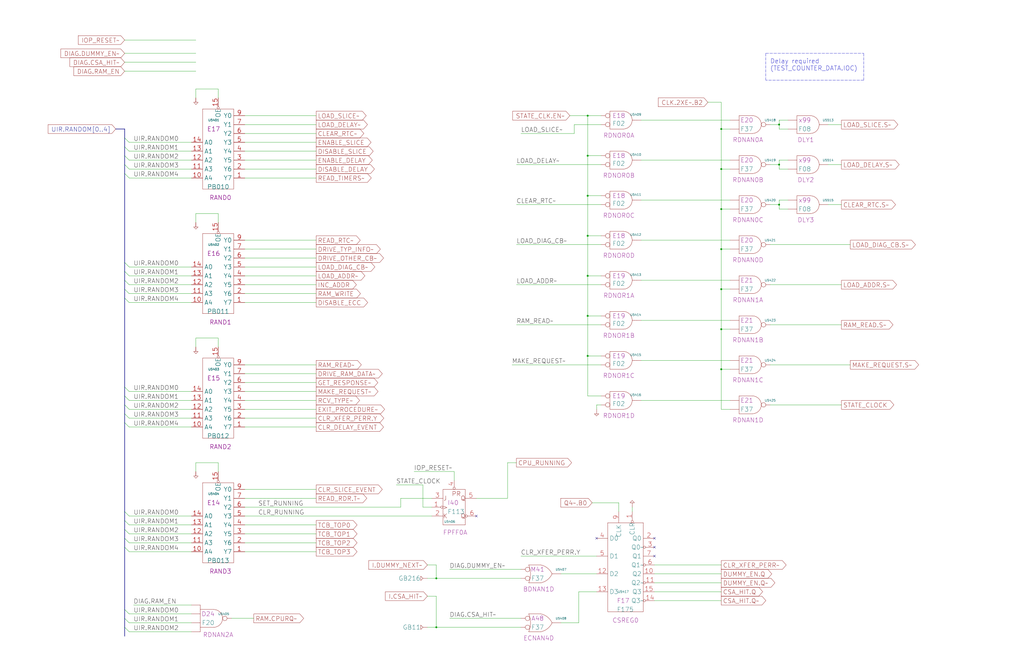
<source format=kicad_sch>
(kicad_sch (version 20250114) (generator "eeschema") (generator_version "9.0")
  (paper "User" 584.2 378.46)
  (title_block (title "CONTROL STORE\\nRANDOM DECODING") (date "22-SEP-90") (rev "2.0") (comment 1 "IOC") (comment 2 "232-003061") (comment 3 "S400") (comment 4 "RELEASED"))
  (lib_symbols
    (symbol "r1000:F02" (pin_numbers (hide yes)) (pin_names (hide yes))
      (property "Reference" "U" (at 12.16 0.635 0))
      (property "Value" "F02" (at -1.27 -4.445 0))
      (property "Location" "___" (at 2.54 0 0))
      (property "Name" "______" (at 2.54 -12.7 0))
      (symbol "F02_0_1"
        (arc (start -3.81 2.54) (mid -2.9847 -2.54) (end -3.81 -7.62) (stroke (width 0.1524)))
        (polyline (pts (xy -5.08 0) (xy -3.175 0)) (stroke (width 0.1524)))
        (polyline (pts (xy -5.08 -5.08) (xy -3.175 -5.08)) (stroke (width 0.1524)))
        (polyline (pts (xy -3.81 2.54) (xy 2.54 2.54)) (stroke (width 0.1524)))
        (polyline (pts (xy -3.81 -7.62) (xy 2.54 -7.62)) (stroke (width 0.1524)))
        (arc (start 2.54 2.54) (mid 6.9477 0.8966) (end 10.16 -2.54) (stroke (width 0.1524)))
        (arc (start 10.16 -2.54) (mid 6.9515 -5.9823) (end 2.54 -7.62) (stroke (width 0.1524)))
        (circle (center 11.43 -2.54) (radius 1.27) (stroke (width 0.1524)))
        (polyline (pts (xy 13.97 -2.54) (xy 12.7 -2.54)) (stroke (width 0.1524)))
      )
      (symbol "F02_0_2"
        (circle (center -3.81 0) (radius 1.27) (stroke (width 0.1524)))
        (circle (center -3.81 -5.08) (radius 1.27) (stroke (width 0.1524)))
        (polyline (pts (xy -2.54 2.54) (xy -2.54 -7.62)) (stroke (width 0.1524)))
        (polyline (pts (xy -2.54 2.54) (xy 5.08 2.54)) (stroke (width 0.1524)))
        (polyline (pts (xy -2.54 -7.62) (xy 5.08 -7.62)) (stroke (width 0.1524)))
        (arc (start 5.08 2.54) (mid 10.1281 -2.54) (end 5.08 -7.62) (stroke (width 0.1524)))
        (polyline (pts (xy 11.43 -2.54) (xy 10.16 -2.54)) (stroke (width 0.1524)))
        (polyline (pts (xy 11.43 -2.54) (xy 12.7 -2.54)) (stroke (width 0.1524)))
      )
      (symbol "F02_1_1"
        (pin input line (at -7.62 0 0) (length 2.54) (name "D0") (number "1"))
        (pin input line (at -7.62 -5.08 0) (length 2.54) (name "D1") (number "2"))
        (pin output line (at 15.24 -2.54 180) (length 1.27) (name "Q") (number "3"))
      )
      (symbol "F02_1_2"
        (pin input line (at -7.62 0 0) (length 2.54) (name "D0") (number "1"))
        (pin input line (at -7.62 -5.08 0) (length 2.54) (name "D1") (number "2"))
        (pin output line (at 15.24 -2.54 180) (length 2.54) (name "Q") (number "3"))
      )
    )
    (symbol "r1000:F08" (pin_numbers (hide yes)) (pin_names (hide yes))
      (property "Reference" "U" (at 15.24 0 0))
      (property "Value" "F08" (at 1.905 -5.08 0))
      (property "Location" "___" (at 1.905 0 0))
      (property "Name" "______" (at 2.54 -12.7 0))
      (symbol "F08_0_1"
        (polyline (pts (xy -2.54 2.54) (xy -2.54 -7.62)) (stroke (width 0.1524)))
        (polyline (pts (xy -2.54 2.54) (xy 5.08 2.54)) (stroke (width 0.1524)))
        (polyline (pts (xy -2.54 -7.62) (xy 5.08 -7.62)) (stroke (width 0.1524)))
        (arc (start 5.08 2.54) (mid 10.1281 -2.54) (end 5.08 -7.62) (stroke (width 0.1524)))
      )
      (symbol "F08_0_2"
        (arc (start -3.175 2.54) (mid -2.134 -2.54) (end -3.175 -7.62) (stroke (width 0.1524)))
        (circle (center -3.81 0) (radius 1.27) (stroke (width 0.1524)))
        (circle (center -3.81 -5.08) (radius 1.27) (stroke (width 0.1524)))
        (polyline (pts (xy -3.175 2.54) (xy 3.81 2.54)) (stroke (width 0.1524)))
        (polyline (pts (xy -3.175 -7.62) (xy 3.81 -7.62)) (stroke (width 0.1524)))
        (arc (start 3.81 2.54) (mid 7.5828 0.7472) (end 10.16 -2.54) (stroke (width 0.1524)))
        (arc (start 10.16 -2.54) (mid 7.5855 -5.8306) (end 3.81 -7.62) (stroke (width 0.1524)))
        (circle (center 11.43 -2.54) (radius 1.27) (stroke (width 0.1524)))
      )
      (symbol "F08_1_1"
        (pin input line (at -7.62 0 0) (length 5.08) (name "D0") (number "1"))
        (pin input line (at -7.62 -5.08 0) (length 5.08) (name "D1") (number "2"))
        (pin output line (at 15.24 -2.54 180) (length 5.08) (name "Q") (number "3"))
      )
      (symbol "F08_1_2"
        (pin input line (at -7.62 0 0) (length 2.54) (name "D0") (number "1"))
        (pin input line (at -7.62 -5.08 0) (length 2.54) (name "D1") (number "2"))
        (pin output line (at 15.24 -2.54 180) (length 2.54) (name "Q") (number "3"))
      )
    )
    (symbol "r1000:F113" (pin_names (offset 1.016) (hide yes))
      (property "Reference" "U" (at 0 -10.795 0))
      (property "Value" "F113" (at -1.27 -5.08 0))
      (property "Location" "___" (at -1.27 0 0))
      (property "Name" "______" (at 3.175 -18.415 0))
      (symbol "F113_0_1"
        (rectangle (start -3.81 7.62) (end 8.89 -12.7) (stroke (width 0.1524)))
      )
      (symbol "F113_1_1"
        (circle (center -4.445 -2.54) (radius 0.635))
        (circle (center 2.54 8.255) (radius 0.635))
        (circle (center 9.525 -7.62) (radius 0.635))
        (text "J" (at -2.54 2.54 0) (effects (font (size 2.54 2.54))))
        (text ">" (at -2.54 -2.54 0) (effects (font (size 2.54 2.54))))
        (text "K" (at -2.54 -7.62 0) (effects (font (size 2.54 2.54))))
        (text "P" (at 2.54 5.08 0) (effects (font (size 2.54 2.54))))
        (text "R" (at 5.08 5.08 0) (effects (font (size 2.54 2.54))))
        (text "Q" (at 7.62 2.54 0) (effects (font (size 2.54 2.54))))
        (text "Q" (at 7.62 -7.62 0) (effects (font (size 2.54 2.54))))
        (pin input line (at -10.16 2.54 0) (length 6.35) (name "J") (number "3"))
        (pin input line (at -10.16 -2.54 0) (length 5.08) (name "CLK_") (number "1"))
        (pin input line (at -10.16 -7.62 0) (length 6.35) (name "K") (number "2"))
        (pin input line (at 2.54 12.7 270) (length 3.81) (name "PR_") (number "4"))
        (pin output line (at 15.24 2.54 180) (length 6.35) (name "Q") (number "5"))
        (pin output line (at 15.24 -7.62 180) (length 5.08) (name "Q_") (number "6"))
      )
    )
    (symbol "r1000:F175" (pin_names (offset 1.016))
      (property "Reference" "U" (at 2.54 5.08 0))
      (property "Value" "F175" (at -1.27 -5.08 0))
      (property "Location" "___" (at -1.27 0 0))
      (property "Name" "______" (at 3.81 -12.7 0))
      (symbol "F175_1_1"
        (rectangle (start -6.35 44.45) (end 13.97 -6.35))
        (circle (center 7.62 45.085) (radius 0.635))
        (circle (center 14.605 30.48) (radius 0.635))
        (circle (center 14.605 20.32) (radius 0.635))
        (circle (center 14.605 10.16) (radius 0.635))
        (circle (center 14.605 0) (radius 0.635))
        (pin input line (at -12.7 35.56 0) (length 6.35) (name "D0") (number "4"))
        (pin input line (at -12.7 25.4 0) (length 6.35) (name "D1") (number "5"))
        (pin input line (at -12.7 15.24 0) (length 6.35) (name "D2") (number "12"))
        (pin input line (at -12.7 5.08 0) (length 6.35) (name "D3") (number "13"))
        (pin input line (at 0 50.8 270) (length 6.35) (name "CLK") (number "9"))
        (pin input line (at 7.62 50.8 270) (length 5.08) (name "CLR") (number "1"))
        (pin output line (at 20.32 35.56 180) (length 6.35) (name "Q0") (number "2"))
        (pin output line (at 20.32 30.48 180) (length 5.08) (name "Q0~") (number "3"))
        (pin output line (at 20.32 25.4 180) (length 6.35) (name "Q1") (number "7"))
        (pin output line (at 20.32 20.32 180) (length 5.08) (name "Q1~") (number "6"))
        (pin output line (at 20.32 15.24 180) (length 6.35) (name "Q2") (number "10"))
        (pin output line (at 20.32 10.16 180) (length 5.08) (name "Q2~") (number "11"))
        (pin output line (at 20.32 5.08 180) (length 6.35) (name "Q3") (number "15"))
        (pin output line (at 20.32 0 180) (length 5.08) (name "Q3~") (number "14"))
      )
    )
    (symbol "r1000:F20" (pin_numbers (hide yes)) (pin_names (hide yes))
      (property "Reference" "U" (at 8.255 2.54 0))
      (property "Value" "F20" (at -0.635 -2.54 0))
      (property "Location" "___" (at -0.635 2.54 0))
      (property "Name" "______" (at 5.08 -10.795 0))
      (symbol "F20_0_1"
        (polyline (pts (xy -5.08 7.62) (xy -5.08 5.08)) (stroke (width 0.1524)))
        (polyline (pts (xy -5.08 5.08) (xy -5.08 -5.08)) (stroke (width 0.1524)))
        (polyline (pts (xy -5.08 -5.08) (xy -5.08 -7.62)) (stroke (width 0.1524)))
        (arc (start 2.54 5.08) (mid 7.5882 0) (end 2.54 -5.08) (stroke (width 0.1524)))
        (polyline (pts (xy 2.54 5.08) (xy -5.08 5.08)) (stroke (width 0.1524)))
        (polyline (pts (xy 2.54 -5.08) (xy -5.08 -5.08)) (stroke (width 0.1524)))
        (circle (center 8.89 0) (radius 1.27) (stroke (width 0.1524)))
      )
      (symbol "F20_0_2"
        (arc (start -6.35 7.62) (mid -5.3975 0) (end -6.35 -7.62) (stroke (width 0.1524)))
        (circle (center -7.62 7.62) (radius 1.27) (stroke (width 0.1524)))
        (circle (center -7.62 -7.62) (radius 1.27) (stroke (width 0.1524)))
        (circle (center -6.985 2.54) (radius 1.27) (stroke (width 0.1524)))
        (circle (center -6.985 -2.54) (radius 1.27) (stroke (width 0.1524)))
        (polyline (pts (xy -5.715 5.08) (xy 1.27 5.08)) (stroke (width 0.1524)))
        (polyline (pts (xy -5.715 -5.08) (xy 1.27 -5.08)) (stroke (width 0.1524)))
        (arc (start 7.62 0) (mid 5.0518 -3.2985) (end 1.27 -5.08) (stroke (width 0.1524)))
        (arc (start 1.27 5.08) (mid 5.0518 3.2985) (end 7.62 0) (stroke (width 0.1524)))
      )
      (symbol "F20_1_1"
        (pin input line (at -10.16 7.62 0) (length 5.08) (name "D0") (number "1"))
        (pin input line (at -10.16 2.54 0) (length 5.08) (name "D1") (number "2"))
        (pin input line (at -10.16 -2.54 0) (length 5.08) (name "D2") (number "4"))
        (pin input line (at -10.16 -7.62 0) (length 5.08) (name "D3") (number "5"))
        (pin output line (at 12.7 0 180) (length 2.54) (name "Q") (number "6"))
      )
      (symbol "F20_1_2"
        (pin input line (at -10.16 7.62 0) (length 1.27) (name "D0") (number "1"))
        (pin input line (at -10.16 2.54 0) (length 1.905) (name "D1") (number "2"))
        (pin input line (at -10.16 -2.54 0) (length 1.905) (name "D2") (number "4"))
        (pin input line (at -10.16 -7.62 0) (length 1.27) (name "D3") (number "5"))
        (pin output line (at 12.7 0 180) (length 5.08) (name "Q") (number "6"))
      )
    )
    (symbol "r1000:F37" (pin_numbers (hide yes)) (pin_names (offset 0) (hide yes))
      (property "Reference" "U" (at 15.24 0 0))
      (property "Value" "F37" (at 1.905 -5.08 0))
      (property "Location" "___" (at 1.905 0 0))
      (property "Name" "______" (at 2.54 -12.7 0))
      (symbol "F37_0_1"
        (polyline (pts (xy -2.54 2.54) (xy -2.54 -7.62)) (stroke (width 0.1524)))
        (polyline (pts (xy -2.54 2.54) (xy 5.08 2.54)) (stroke (width 0.1524)))
        (polyline (pts (xy -2.54 -7.62) (xy 5.08 -7.62)) (stroke (width 0.1524)))
        (arc (start 5.08 2.54) (mid 10.1281 -2.54) (end 5.08 -7.62) (stroke (width 0.1524)))
        (circle (center 11.43 -2.54) (radius 1.27) (stroke (width 0.1524)))
      )
      (symbol "F37_0_2"
        (arc (start -3.175 2.54) (mid -2.134 -2.54) (end -3.175 -7.62) (stroke (width 0.1524)))
        (circle (center -3.81 0) (radius 1.27) (stroke (width 0.1524)))
        (circle (center -3.81 -5.08) (radius 1.27) (stroke (width 0.1524)))
        (polyline (pts (xy -3.175 2.54) (xy 3.81 2.54)) (stroke (width 0.1524)))
        (polyline (pts (xy -3.175 -7.62) (xy 3.81 -7.62)) (stroke (width 0.1524)))
        (arc (start 3.81 2.54) (mid 7.5828 0.7472) (end 10.16 -2.54) (stroke (width 0.1524)))
        (arc (start 10.16 -2.54) (mid 7.5855 -5.8306) (end 3.81 -7.62) (stroke (width 0.1524)))
      )
      (symbol "F37_1_1"
        (pin input line (at -7.62 0 0) (length 5.08) (name "D0") (number "1"))
        (pin input line (at -7.62 -5.08 0) (length 5.08) (name "D1") (number "2"))
        (pin output line (at 15.24 -2.54 180) (length 2.54) (name "Q") (number "3"))
      )
      (symbol "F37_1_2"
        (pin input line (at -7.62 0 0) (length 2.54) (name "D0") (number "1"))
        (pin input line (at -7.62 -5.08 0) (length 2.54) (name "D1") (number "2"))
        (pin output line (at 15.24 -2.54 180) (length 5.08) (name "Q") (number "3"))
      )
    )
    (symbol "r1000:GB" (pin_numbers (hide yes)) (pin_names (offset 0) (hide yes))
      (property "Reference" "GB" (at 3.81 0 0))
      (symbol "GB_0_1"
        (polyline (pts (xy 2.54 0) (xy 3.81 1.27) (xy 3.81 -1.27) (xy 2.54 0)) (stroke (width 0.1524)))
      )
      (symbol "GB_1_1"
        (pin bidirectional line (at 0 0 0) (length 2.54) (name "") (number "1"))
      )
    )
    (symbol "r1000:PBxxx" (pin_names (offset 1.016))
      (property "Reference" "U" (at 2.54 5.08 0))
      (property "Value" "PBxxx" (at -1.27 -33.02 0))
      (property "Location" "___" (at -1.27 0 0))
      (property "Name" "______" (at 6.35 -40.64 0))
      (symbol "PBxxx_1_1"
        (rectangle (start -3.81 11.43) (end 13.97 -34.29))
        (circle (center 5.08 12.065) (radius 0.635))
        (pin input line (at -10.16 -7.62 0) (length 6.35) (name "A0") (number "14"))
        (pin input line (at -10.16 -12.7 0) (length 6.35) (name "A1") (number "13"))
        (pin input line (at -10.16 -17.78 0) (length 6.35) (name "A2") (number "12"))
        (pin input line (at -10.16 -22.86 0) (length 6.35) (name "A3") (number "11"))
        (pin input line (at -10.16 -27.94 0) (length 6.35) (name "A4") (number "10"))
        (pin input line (at 5.08 17.78 270) (length 5.08) (name "OE") (number "15"))
        (pin tri_state line (at 20.32 7.62 180) (length 6.35) (name "Y0") (number "9"))
        (pin tri_state line (at 20.32 2.54 180) (length 6.35) (name "Y1") (number "7"))
        (pin tri_state line (at 20.32 -2.54 180) (length 6.35) (name "Y2") (number "6"))
        (pin tri_state line (at 20.32 -7.62 180) (length 6.35) (name "Y3") (number "5"))
        (pin tri_state line (at 20.32 -12.7 180) (length 6.35) (name "Y4") (number "4"))
        (pin tri_state line (at 20.32 -17.78 180) (length 6.35) (name "Y5") (number "3"))
        (pin tri_state line (at 20.32 -22.86 180) (length 6.35) (name "Y6") (number "2"))
        (pin tri_state line (at 20.32 -27.94 180) (length 6.35) (name "Y7") (number "1"))
      )
    )
    (symbol "r1000:PD" (power) (pin_numbers (hide yes)) (pin_names (hide yes)) (in_bom no)
      (symbol "PD_0_1"
        (polyline (pts (xy 0 -2.54) (xy 1.27 -2.54) (xy 0 -3.81) (xy -1.27 -2.54) (xy 0 -2.54)) (stroke (width 0.1524)))
      )
      (symbol "PD_1_1"
        (pin power_in line (at 0 0 270) (length 2.54) (name "PD") (number "1"))
      )
    )
    (symbol "r1000:PU" (power) (pin_numbers (hide yes)) (pin_names (hide yes))
      (symbol "PU_0_1"
        (polyline (pts (xy 0 2.54) (xy -1.27 2.54) (xy 0 3.81) (xy 1.27 2.54) (xy 0 2.54)) (stroke (width 0.1524)))
      )
      (symbol "PU_1_1"
        (pin power_in line (at 0 0 90) (length 2.54) (name "PU") (number "1"))
      )
    )
  )
  (text "Delay required\n(TEST_COUNTER_DATA.IOC)" (at 439.42 40.64 0) (effects (font (size 2.54 2.54)) (justify left bottom)))
  (junction (at 335.28 180.34))
  (junction (at 335.28 66.04))
  (junction (at 411.48 142.24))
  (junction (at 335.28 111.76))
  (junction (at 411.48 210.82))
  (junction (at 335.28 134.62))
  (junction (at 411.48 96.52))
  (junction (at 411.48 187.96))
  (junction (at 335.28 203.2))
  (junction (at 411.48 119.38))
  (junction (at 248.92 358.14))
  (junction (at 335.28 88.9))
  (junction (at 335.28 157.48))
  (junction (at 411.48 165.1))
  (junction (at 248.92 330.2))
  (junction (at 444.5 93.98))
  (junction (at 411.48 73.66))
  (junction (at 444.5 71.12))
  (junction (at 444.5 116.84))
  (no_connect (at 340.36 307.34))
  (no_connect (at 373.38 307.34))
  (no_connect (at 373.38 317.5))
  (no_connect (at 271.78 294.64))
  (no_connect (at 373.38 312.42))
  (bus_entry (at 71.12 358.14) (size 2.54 2.54))
  (bus_entry (at 71.12 226.06) (size 2.54 2.54))
  (bus_entry (at 71.12 297.18) (size 2.54 2.54))
  (bus_entry (at 71.12 312.42) (size 2.54 2.54))
  (bus_entry (at 71.12 231.14) (size 2.54 2.54))
  (bus_entry (at 71.12 165.1) (size 2.54 2.54))
  (bus_entry (at 71.12 292.1) (size 2.54 2.54))
  (bus_entry (at 71.12 236.22) (size 2.54 2.54))
  (bus_entry (at 71.12 99.06) (size 2.54 2.54))
  (bus_entry (at 71.12 307.34) (size 2.54 2.54))
  (bus_entry (at 71.12 154.94) (size 2.54 2.54))
  (bus_entry (at 71.12 170.18) (size 2.54 2.54))
  (bus_entry (at 71.12 78.74) (size 2.54 2.54))
  (bus_entry (at 71.12 241.3) (size 2.54 2.54))
  (bus_entry (at 71.12 93.98) (size 2.54 2.54))
  (bus_entry (at 71.12 83.82) (size 2.54 2.54))
  (bus_entry (at 71.12 302.26) (size 2.54 2.54))
  (bus_entry (at 71.12 160.02) (size 2.54 2.54))
  (bus_entry (at 71.12 88.9) (size 2.54 2.54))
  (bus_entry (at 71.12 220.98) (size 2.54 2.54))
  (bus_entry (at 71.12 353.06) (size 2.54 2.54))
  (bus_entry (at 71.12 149.86) (size 2.54 2.54))
  (bus_entry (at 71.12 347.98) (size 2.54 2.54))
  (wire (pts (xy 416.56 233.68) (xy 411.48 233.68)))
  (wire (pts (xy 411.48 119.38) (xy 416.56 119.38)))
  (wire (pts (xy 73.66 294.64) (xy 109.22 294.64)))
  (wire (pts (xy 365.76 91.44) (xy 416.56 91.44)))
  (wire (pts (xy 246.38 289.56) (xy 241.3 289.56)))
  (wire (pts (xy 411.48 142.24) (xy 411.48 119.38)))
  (wire (pts (xy 411.48 73.66) (xy 416.56 73.66)))
  (wire (pts (xy 444.5 114.3) (xy 449.58 114.3)))
  (wire (pts (xy 335.28 226.06) (xy 335.28 203.2)))
  (wire (pts (xy 73.66 238.76) (xy 109.22 238.76)))
  (wire (pts (xy 330.2 337.82) (xy 330.2 355.6)))
  (wire (pts (xy 139.7 243.84) (xy 180.34 243.84)))
  (wire (pts (xy 124.46 198.12) (xy 124.46 193.04)))
  (wire (pts (xy 444.5 91.44) (xy 449.58 91.44)))
  (wire (pts (xy 139.7 172.72) (xy 180.34 172.72)))
  (wire (pts (xy 439.42 185.42) (xy 480.06 185.42)))
  (wire (pts (xy 124.46 269.24) (xy 124.46 264.16)))
  (wire (pts (xy 444.5 73.66) (xy 444.5 71.12)))
  (bus (pts (xy 71.12 149.86) (xy 71.12 154.94)))
  (wire (pts (xy 411.48 210.82) (xy 416.56 210.82)))
  (wire (pts (xy 139.7 314.96) (xy 180.34 314.96)))
  (wire (pts (xy 294.64 185.42) (xy 342.9 185.42)))
  (wire (pts (xy 444.5 119.38) (xy 444.5 116.84)))
  (wire (pts (xy 73.66 309.88) (xy 109.22 309.88)))
  (bus (pts (xy 71.12 231.14) (xy 71.12 236.22)))
  (wire (pts (xy 365.76 68.58) (xy 416.56 68.58)))
  (wire (pts (xy 111.76 121.92) (xy 111.76 127)))
  (wire (pts (xy 71.12 35.56) (xy 111.76 35.56)))
  (wire (pts (xy 411.48 96.52) (xy 416.56 96.52)))
  (wire (pts (xy 365.76 137.16) (xy 416.56 137.16)))
  (wire (pts (xy 73.66 157.48) (xy 109.22 157.48)))
  (wire (pts (xy 340.36 337.82) (xy 330.2 337.82)))
  (wire (pts (xy 449.58 96.52) (xy 444.5 96.52)))
  (wire (pts (xy 259.08 269.24) (xy 236.22 269.24)))
  (wire (pts (xy 292.1 208.28) (xy 342.9 208.28)))
  (bus (pts (xy 71.12 292.1) (xy 71.12 297.18)))
  (wire (pts (xy 373.38 322.58) (xy 411.48 322.58)))
  (wire (pts (xy 139.7 213.36) (xy 180.34 213.36)))
  (bus (pts (xy 66.04 73.66) (xy 71.12 73.66)))
  (wire (pts (xy 330.2 355.6) (xy 320.04 355.6)))
  (wire (pts (xy 335.28 180.34) (xy 335.28 157.48)))
  (bus (pts (xy 71.12 83.82) (xy 71.12 88.9)))
  (wire (pts (xy 139.7 289.56) (xy 228.6 289.56)))
  (bus (pts (xy 71.12 73.66) (xy 71.12 78.74)))
  (wire (pts (xy 111.76 264.16) (xy 111.76 269.24)))
  (wire (pts (xy 241.3 276.86) (xy 226.06 276.86)))
  (wire (pts (xy 335.28 134.62) (xy 342.9 134.62)))
  (wire (pts (xy 365.76 205.74) (xy 416.56 205.74)))
  (wire (pts (xy 73.66 223.52) (xy 109.22 223.52)))
  (wire (pts (xy 472.44 71.12) (xy 480.06 71.12)))
  (wire (pts (xy 335.28 111.76) (xy 335.28 88.9)))
  (wire (pts (xy 411.48 165.1) (xy 416.56 165.1)))
  (wire (pts (xy 294.64 116.84) (xy 342.9 116.84)))
  (wire (pts (xy 439.42 162.56) (xy 480.06 162.56)))
  (wire (pts (xy 353.06 292.1) (xy 353.06 287.02)))
  (wire (pts (xy 439.42 71.12) (xy 444.5 71.12)))
  (wire (pts (xy 439.42 208.28) (xy 485.14 208.28)))
  (wire (pts (xy 243.84 330.2) (xy 248.92 330.2)))
  (wire (pts (xy 403.86 58.42) (xy 411.48 58.42)))
  (wire (pts (xy 139.7 167.64) (xy 180.34 167.64)))
  (wire (pts (xy 71.12 40.64) (xy 111.76 40.64)))
  (bus (pts (xy 71.12 99.06) (xy 71.12 149.86)))
  (polyline (pts (xy 492.76 30.48) (xy 492.76 45.72)) (stroke (width 0) (type dash)))
  (wire (pts (xy 259.08 274.32) (xy 259.08 269.24)))
  (wire (pts (xy 139.7 228.6) (xy 180.34 228.6)))
  (wire (pts (xy 248.92 322.58) (xy 248.92 330.2)))
  (bus (pts (xy 71.12 307.34) (xy 71.12 312.42)))
  (wire (pts (xy 472.44 116.84) (xy 480.06 116.84)))
  (wire (pts (xy 139.7 66.04) (xy 180.34 66.04)))
  (wire (pts (xy 411.48 142.24) (xy 416.56 142.24)))
  (wire (pts (xy 71.12 22.86) (xy 111.76 22.86)))
  (bus (pts (xy 71.12 78.74) (xy 71.12 83.82)))
  (bus (pts (xy 71.12 236.22) (xy 71.12 241.3)))
  (wire (pts (xy 124.46 127) (xy 124.46 121.92)))
  (bus (pts (xy 71.12 220.98) (xy 71.12 226.06)))
  (wire (pts (xy 294.64 162.56) (xy 342.9 162.56)))
  (bus (pts (xy 71.12 170.18) (xy 71.12 220.98)))
  (wire (pts (xy 73.66 314.96) (xy 109.22 314.96)))
  (wire (pts (xy 73.66 350.52) (xy 109.22 350.52)))
  (wire (pts (xy 297.18 317.5) (xy 340.36 317.5)))
  (wire (pts (xy 365.76 160.02) (xy 416.56 160.02)))
  (wire (pts (xy 294.64 139.7) (xy 342.9 139.7)))
  (wire (pts (xy 139.7 91.44) (xy 180.34 91.44)))
  (wire (pts (xy 139.7 71.12) (xy 180.34 71.12)))
  (wire (pts (xy 444.5 68.58) (xy 449.58 68.58)))
  (wire (pts (xy 335.28 111.76) (xy 342.9 111.76)))
  (wire (pts (xy 139.7 147.32) (xy 180.34 147.32)))
  (wire (pts (xy 73.66 96.52) (xy 109.22 96.52)))
  (wire (pts (xy 139.7 96.52) (xy 180.34 96.52)))
  (wire (pts (xy 73.66 81.28) (xy 109.22 81.28)))
  (wire (pts (xy 271.78 284.48) (xy 289.56 284.48)))
  (wire (pts (xy 139.7 304.8) (xy 180.34 304.8)))
  (wire (pts (xy 124.46 264.16) (xy 111.76 264.16)))
  (wire (pts (xy 439.42 139.7) (xy 485.14 139.7)))
  (bus (pts (xy 71.12 88.9) (xy 71.12 93.98)))
  (wire (pts (xy 335.28 66.04) (xy 335.28 88.9)))
  (wire (pts (xy 139.7 294.64) (xy 246.38 294.64)))
  (wire (pts (xy 73.66 299.72) (xy 109.22 299.72)))
  (wire (pts (xy 139.7 279.4) (xy 180.34 279.4)))
  (wire (pts (xy 248.92 340.36) (xy 248.92 358.14)))
  (bus (pts (xy 71.12 347.98) (xy 71.12 353.06)))
  (wire (pts (xy 327.66 76.2) (xy 297.18 76.2)))
  (wire (pts (xy 335.28 157.48) (xy 335.28 134.62)))
  (wire (pts (xy 111.76 50.8) (xy 111.76 55.88)))
  (bus (pts (xy 71.12 226.06) (xy 71.12 231.14)))
  (wire (pts (xy 342.9 226.06) (xy 335.28 226.06)))
  (wire (pts (xy 335.28 134.62) (xy 335.28 111.76)))
  (wire (pts (xy 289.56 284.48) (xy 289.56 264.16)))
  (wire (pts (xy 73.66 101.6) (xy 109.22 101.6)))
  (wire (pts (xy 139.7 223.52) (xy 180.34 223.52)))
  (wire (pts (xy 243.84 322.58) (xy 248.92 322.58)))
  (wire (pts (xy 73.66 167.64) (xy 109.22 167.64)))
  (wire (pts (xy 73.66 162.56) (xy 109.22 162.56)))
  (wire (pts (xy 228.6 284.48) (xy 228.6 289.56)))
  (wire (pts (xy 139.7 218.44) (xy 180.34 218.44)))
  (wire (pts (xy 243.84 358.14) (xy 248.92 358.14)))
  (wire (pts (xy 139.7 81.28) (xy 180.34 81.28)))
  (wire (pts (xy 76.2 345.44) (xy 109.22 345.44)))
  (bus (pts (xy 71.12 302.26) (xy 71.12 307.34)))
  (wire (pts (xy 337.82 287.02) (xy 353.06 287.02)))
  (wire (pts (xy 289.56 264.16) (xy 294.64 264.16)))
  (wire (pts (xy 411.48 165.1) (xy 411.48 142.24)))
  (wire (pts (xy 124.46 50.8) (xy 111.76 50.8)))
  (wire (pts (xy 73.66 243.84) (xy 109.22 243.84)))
  (wire (pts (xy 472.44 93.98) (xy 480.06 93.98)))
  (wire (pts (xy 320.04 327.66) (xy 340.36 327.66)))
  (wire (pts (xy 411.48 187.96) (xy 416.56 187.96)))
  (wire (pts (xy 73.66 233.68) (xy 109.22 233.68)))
  (wire (pts (xy 444.5 71.12) (xy 444.5 68.58)))
  (bus (pts (xy 71.12 358.14) (xy 71.12 363.22)))
  (wire (pts (xy 373.38 342.9) (xy 411.48 342.9)))
  (wire (pts (xy 411.48 73.66) (xy 411.48 96.52)))
  (wire (pts (xy 335.28 66.04) (xy 342.9 66.04)))
  (wire (pts (xy 248.92 330.2) (xy 297.18 330.2)))
  (wire (pts (xy 139.7 76.2) (xy 180.34 76.2)))
  (bus (pts (xy 71.12 93.98) (xy 71.12 99.06)))
  (wire (pts (xy 73.66 152.4) (xy 109.22 152.4)))
  (wire (pts (xy 342.9 231.14) (xy 340.36 231.14)))
  (wire (pts (xy 411.48 187.96) (xy 411.48 165.1)))
  (wire (pts (xy 335.28 203.2) (xy 342.9 203.2)))
  (wire (pts (xy 439.42 116.84) (xy 444.5 116.84)))
  (polyline (pts (xy 492.76 45.72) (xy 436.88 45.72)) (stroke (width 0) (type dash)))
  (wire (pts (xy 139.7 86.36) (xy 180.34 86.36)))
  (bus (pts (xy 71.12 353.06) (xy 71.12 358.14)))
  (wire (pts (xy 360.68 289.56) (xy 360.68 292.1)))
  (wire (pts (xy 373.38 332.74) (xy 411.48 332.74)))
  (wire (pts (xy 335.28 157.48) (xy 342.9 157.48)))
  (polyline (pts (xy 436.88 30.48) (xy 492.76 30.48)) (stroke (width 0) (type dash)))
  (wire (pts (xy 124.46 121.92) (xy 111.76 121.92)))
  (wire (pts (xy 411.48 58.42) (xy 411.48 73.66)))
  (wire (pts (xy 444.5 116.84) (xy 444.5 114.3)))
  (wire (pts (xy 444.5 93.98) (xy 444.5 91.44)))
  (wire (pts (xy 139.7 299.72) (xy 180.34 299.72)))
  (bus (pts (xy 71.12 160.02) (xy 71.12 165.1)))
  (wire (pts (xy 139.7 162.56) (xy 180.34 162.56)))
  (wire (pts (xy 139.7 233.68) (xy 180.34 233.68)))
  (wire (pts (xy 335.28 203.2) (xy 335.28 180.34)))
  (bus (pts (xy 71.12 165.1) (xy 71.12 170.18)))
  (wire (pts (xy 373.38 337.82) (xy 411.48 337.82)))
  (wire (pts (xy 327.66 71.12) (xy 327.66 76.2)))
  (wire (pts (xy 449.58 73.66) (xy 444.5 73.66)))
  (wire (pts (xy 73.66 360.68) (xy 109.22 360.68)))
  (wire (pts (xy 449.58 119.38) (xy 444.5 119.38)))
  (wire (pts (xy 71.12 30.48) (xy 111.76 30.48)))
  (wire (pts (xy 73.66 304.8) (xy 109.22 304.8)))
  (wire (pts (xy 139.7 137.16) (xy 180.34 137.16)))
  (bus (pts (xy 71.12 154.94) (xy 71.12 160.02)))
  (wire (pts (xy 139.7 152.4) (xy 180.34 152.4)))
  (wire (pts (xy 139.7 142.24) (xy 180.34 142.24)))
  (polyline (pts (xy 436.88 30.48) (xy 436.88 45.72)) (stroke (width 0) (type dash)))
  (wire (pts (xy 256.54 353.06) (xy 297.18 353.06)))
  (wire (pts (xy 444.5 96.52) (xy 444.5 93.98)))
  (wire (pts (xy 335.28 180.34) (xy 342.9 180.34)))
  (wire (pts (xy 246.38 284.48) (xy 228.6 284.48)))
  (wire (pts (xy 139.7 208.28) (xy 180.34 208.28)))
  (bus (pts (xy 71.12 297.18) (xy 71.12 302.26)))
  (wire (pts (xy 411.48 210.82) (xy 411.48 187.96)))
  (wire (pts (xy 139.7 309.88) (xy 180.34 309.88)))
  (wire (pts (xy 243.84 340.36) (xy 248.92 340.36)))
  (wire (pts (xy 365.76 114.3) (xy 416.56 114.3)))
  (wire (pts (xy 340.36 231.14) (xy 340.36 233.68)))
  (wire (pts (xy 248.92 358.14) (xy 297.18 358.14)))
  (wire (pts (xy 139.7 284.48) (xy 180.34 284.48)))
  (wire (pts (xy 294.64 93.98) (xy 342.9 93.98)))
  (wire (pts (xy 139.7 157.48) (xy 180.34 157.48)))
  (wire (pts (xy 73.66 91.44) (xy 109.22 91.44)))
  (wire (pts (xy 73.66 86.36) (xy 109.22 86.36)))
  (wire (pts (xy 256.54 325.12) (xy 297.18 325.12)))
  (wire (pts (xy 439.42 231.14) (xy 480.06 231.14)))
  (wire (pts (xy 73.66 355.6) (xy 109.22 355.6)))
  (wire (pts (xy 325.12 66.04) (xy 335.28 66.04)))
  (wire (pts (xy 439.42 93.98) (xy 444.5 93.98)))
  (wire (pts (xy 73.66 228.6) (xy 109.22 228.6)))
  (wire (pts (xy 111.76 193.04) (xy 111.76 198.12)))
  (wire (pts (xy 365.76 228.6) (xy 416.56 228.6)))
  (wire (pts (xy 139.7 238.76) (xy 180.34 238.76)))
  (wire (pts (xy 411.48 233.68) (xy 411.48 210.82)))
  (wire (pts (xy 365.76 182.88) (xy 416.56 182.88)))
  (wire (pts (xy 139.7 101.6) (xy 180.34 101.6)))
  (wire (pts (xy 335.28 88.9) (xy 342.9 88.9)))
  (wire (pts (xy 373.38 327.66) (xy 411.48 327.66)))
  (bus (pts (xy 71.12 241.3) (xy 71.12 292.1)))
  (wire (pts (xy 132.08 353.06) (xy 144.78 353.06)))
  (wire (pts (xy 124.46 193.04) (xy 111.76 193.04)))
  (bus (pts (xy 71.12 312.42) (xy 71.12 347.98)))
  (wire (pts (xy 73.66 172.72) (xy 109.22 172.72)))
  (wire (pts (xy 124.46 55.88) (xy 124.46 50.8)))
  (wire (pts (xy 241.3 289.56) (xy 241.3 276.86)))
  (wire (pts (xy 411.48 119.38) (xy 411.48 96.52)))
  (wire (pts (xy 342.9 71.12) (xy 327.66 71.12)))
  (label "UIR.RANDOM4" (at 76.2 101.6 0) (effects (font (size 2.54 2.54))))
  (label "UIR.RANDOM1" (at 76.2 299.72 0) (effects (font (size 2.54 2.54))))
  (label "UIR.RANDOM0" (at 76.2 81.28 0) (effects (font (size 2.54 2.54))))
  (label "IOP_RESET~" (at 236.22 269.24 0) (effects (font (size 2.54 2.54))))
  (label "DIAG.CSA_HIT~" (at 256.54 353.06 0) (effects (font (size 2.54 2.54))))
  (label "UIR.RANDOM2" (at 76.2 162.56 0) (effects (font (size 2.54 2.54))))
  (label "UIR.RANDOM2" (at 76.2 360.68 0) (effects (font (size 2.54 2.54))))
  (label "UIR.RANDOM2" (at 76.2 233.68 0) (effects (font (size 2.54 2.54))))
  (label "LOAD_DELAY~" (at 294.64 93.98 0) (effects (font (size 2.54 2.54))))
  (label "UIR.RANDOM4" (at 76.2 314.96 0) (effects (font (size 2.54 2.54))))
  (label "MAKE_REQUEST~" (at 292.1 208.28 0) (effects (font (size 2.54 2.54))))
  (label "UIR.RANDOM4" (at 76.2 243.84 0) (effects (font (size 2.54 2.54))))
  (label "SET_RUNNING" (at 147.32 289.56 0) (effects (font (size 2.54 2.54))))
  (label "RAM_READ~" (at 294.64 185.42 0) (effects (font (size 2.54 2.54))))
  (label "LOAD_DIAG_CB~" (at 294.64 139.7 0) (effects (font (size 2.54 2.54))))
  (label "UIR.RANDOM2" (at 76.2 304.8 0) (effects (font (size 2.54 2.54))))
  (label "UIR.RANDOM1" (at 76.2 157.48 0) (effects (font (size 2.54 2.54))))
  (label "DIAG.RAM_EN" (at 76.2 345.44 0) (effects (font (size 2.54 2.54))))
  (label "UIR.RANDOM2" (at 76.2 91.44 0) (effects (font (size 2.54 2.54))))
  (label "UIR.RANDOM1" (at 76.2 86.36 0) (effects (font (size 2.54 2.54))))
  (label "UIR.RANDOM0" (at 76.2 152.4 0) (effects (font (size 2.54 2.54))))
  (label "CLR_XFER_PERR.Y" (at 297.18 317.5 0) (effects (font (size 2.54 2.54))))
  (label "UIR.RANDOM0" (at 76.2 223.52 0) (effects (font (size 2.54 2.54))))
  (label "UIR.RANDOM3" (at 76.2 309.88 0) (effects (font (size 2.54 2.54))))
  (label "UIR.RANDOM4" (at 76.2 172.72 0) (effects (font (size 2.54 2.54))))
  (label "UIR.RANDOM3" (at 76.2 238.76 0) (effects (font (size 2.54 2.54))))
  (label "UIR.RANDOM0" (at 76.2 350.52 0) (effects (font (size 2.54 2.54))))
  (label "UIR.RANDOM3" (at 76.2 96.52 0) (effects (font (size 2.54 2.54))))
  (label "DIAG.DUMMY_EN~" (at 256.54 325.12 0) (effects (font (size 2.54 2.54))))
  (label "UIR.RANDOM1" (at 76.2 355.6 0) (effects (font (size 2.54 2.54))))
  (label "UIR.RANDOM3" (at 76.2 167.64 0) (effects (font (size 2.54 2.54))))
  (label "STATE_CLOCK" (at 226.06 276.86 0) (effects (font (size 2.54 2.54))))
  (label "CLEAR_RTC~" (at 294.64 116.84 0) (effects (font (size 2.54 2.54))))
  (label "LOAD_ADDR~" (at 294.64 162.56 0) (effects (font (size 2.54 2.54))))
  (label "UIR.RANDOM0" (at 76.2 294.64 0) (effects (font (size 2.54 2.54))))
  (label "LOAD_SLICE~" (at 297.18 76.2 0) (effects (font (size 2.54 2.54))))
  (label "CLR_RUNNING" (at 147.32 294.64 0) (effects (font (size 2.54 2.54))))
  (label "UIR.RANDOM1" (at 76.2 228.6 0) (effects (font (size 2.54 2.54))))
  (global_label "DUMMY_EN.Q" (shape output) (at 411.48 327.66 0) (effects (font (size 2.54 2.54))) (property "Intersheetrefs" "${INTERSHEET_REFS}" (at 440.2546 327.5013 0) (effects (font (size 1.905 1.905)) (justify left))))
  (global_label "Q4~.B0" (shape input) (at 337.82 287.02 180) (effects (font (size 2.54 2.54))) (property "Intersheetrefs" "${INTERSHEET_REFS}" (at 319.5501 286.8613 0) (effects (font (size 1.905 1.905)) (justify right))))
  (global_label "DUMMY_EN.Q~" (shape output) (at 411.48 332.74 0) (effects (font (size 2.54 2.54))) (property "Intersheetrefs" "${INTERSHEET_REFS}" (at 442.0689 332.5813 0) (effects (font (size 1.905 1.905)) (justify left))))
  (global_label "DRIVE_OTHER_CB~" (shape output) (at 180.34 147.32 0) (effects (font (size 2.54 2.54))) (property "Intersheetrefs" "${INTERSHEET_REFS}" (at 218.7908 147.1613 0) (effects (font (size 1.905 1.905)) (justify left))))
  (global_label "READ_RDR.T~" (shape output) (at 180.34 284.48 0) (effects (font (size 2.54 2.54))) (property "Intersheetrefs" "${INTERSHEET_REFS}" (at 209.2355 284.3213 0) (effects (font (size 1.905 1.905)) (justify left))))
  (global_label "CLR_SLICE_EVENT" (shape output) (at 180.34 279.4 0) (effects (font (size 2.54 2.54))) (property "Intersheetrefs" "${INTERSHEET_REFS}" (at 218.065 279.2413 0) (effects (font (size 1.905 1.905)) (justify left))))
  (global_label "RAM.CPURQ~" (shape output) (at 144.78 353.06 0) (effects (font (size 2.54 2.54))) (property "Intersheetrefs" "${INTERSHEET_REFS}" (at 173.1917 352.9013 0) (effects (font (size 1.905 1.905)) (justify left))))
  (global_label "LOAD_ADDR~" (shape output) (at 180.34 157.48 0) (effects (font (size 2.54 2.54))) (property "Intersheetrefs" "${INTERSHEET_REFS}" (at 208.147 157.3213 0) (effects (font (size 1.905 1.905)) (justify left))))
  (global_label "READ_TIMERS~" (shape output) (at 180.34 101.6 0) (effects (font (size 2.54 2.54))) (property "Intersheetrefs" "${INTERSHEET_REFS}" (at 211.7755 101.4413 0) (effects (font (size 1.905 1.905)) (justify left))))
  (global_label "CLEAR_RTC.S~" (shape output) (at 480.06 116.84 0) (effects (font (size 2.54 2.54))) (property "Intersheetrefs" "${INTERSHEET_REFS}" (at 510.8908 116.6813 0) (effects (font (size 1.905 1.905)) (justify left))))
  (global_label "TCB_TOP1" (shape output) (at 180.34 304.8 0) (effects (font (size 2.54 2.54))) (property "Intersheetrefs" "${INTERSHEET_REFS}" (at 203.6717 304.6413 0) (effects (font (size 1.905 1.905)) (justify left))))
  (global_label "RAM_WRITE" (shape output) (at 180.34 167.64 0) (effects (font (size 2.54 2.54))) (property "Intersheetrefs" "${INTERSHEET_REFS}" (at 205.607 167.4813 0) (effects (font (size 1.905 1.905)) (justify left))))
  (global_label "STATE_CLK.EN~" (shape input) (at 325.12 66.04 180) (effects (font (size 2.54 2.54))) (property "Intersheetrefs" "${INTERSHEET_REFS}" (at 292.475 65.8813 0) (effects (font (size 1.905 1.905)) (justify right))))
  (global_label "RCV_TYPE~" (shape output) (at 180.34 228.6 0) (effects (font (size 2.54 2.54))) (property "Intersheetrefs" "${INTERSHEET_REFS}" (at 205.1231 228.4413 0) (effects (font (size 1.905 1.905)) (justify left))))
  (global_label "DRIVE_TYP_INFO~" (shape output) (at 180.34 142.24 0) (effects (font (size 2.54 2.54))) (property "Intersheetrefs" "${INTERSHEET_REFS}" (at 216.9765 142.0813 0) (effects (font (size 1.905 1.905)) (justify left))))
  (global_label "READ_RTC~" (shape output) (at 180.34 137.16 0) (effects (font (size 2.54 2.54))) (property "Intersheetrefs" "${INTERSHEET_REFS}" (at 205.486 137.0013 0) (effects (font (size 1.905 1.905)) (justify left))))
  (global_label "I.CSA_HIT~" (shape input) (at 243.84 340.36 180) (effects (font (size 2.54 2.54))) (property "Intersheetrefs" "${INTERSHEET_REFS}" (at 219.9035 340.2013 0) (effects (font (size 1.905 1.905)) (justify right))))
  (global_label "TCB_TOP2" (shape output) (at 180.34 309.88 0) (effects (font (size 2.54 2.54))) (property "Intersheetrefs" "${INTERSHEET_REFS}" (at 203.6717 309.7213 0) (effects (font (size 1.905 1.905)) (justify left))))
  (global_label "CLK.2XE~.B2" (shape input) (at 403.86 58.42 180) (effects (font (size 2.54 2.54))) (property "Intersheetrefs" "${INTERSHEET_REFS}" (at 375.5692 58.2613 0) (effects (font (size 1.905 1.905)) (justify right))))
  (global_label "ENABLE_SLICE" (shape output) (at 180.34 81.28 0) (effects (font (size 2.54 2.54))) (property "Intersheetrefs" "${INTERSHEET_REFS}" (at 211.6546 81.1213 0) (effects (font (size 1.905 1.905)) (justify left))))
  (global_label "LOAD_DELAY~" (shape output) (at 180.34 71.12 0) (effects (font (size 2.54 2.54))) (property "Intersheetrefs" "${INTERSHEET_REFS}" (at 209.5984 70.9613 0) (effects (font (size 1.905 1.905)) (justify left))))
  (global_label "EXIT_PROCEDURE~" (shape output) (at 180.34 233.68 0) (effects (font (size 2.54 2.54))) (property "Intersheetrefs" "${INTERSHEET_REFS}" (at 219.3955 233.5213 0) (effects (font (size 1.905 1.905)) (justify left))))
  (global_label "DIAG.DUMMY_EN~" (shape input) (at 71.12 30.48 180) (effects (font (size 2.54 2.54))) (property "Intersheetrefs" "${INTERSHEET_REFS}" (at 34.7254 30.3213 0) (effects (font (size 1.905 1.905)) (justify right))))
  (global_label "STATE_CLOCK" (shape output) (at 480.06 231.14 0) (effects (font (size 2.54 2.54))) (property "Intersheetrefs" "${INTERSHEET_REFS}" (at 509.9231 230.9813 0) (effects (font (size 1.905 1.905)) (justify left))))
  (global_label "CLR_XFER_PERR~" (shape output) (at 411.48 322.58 0) (effects (font (size 2.54 2.54))) (property "Intersheetrefs" "${INTERSHEET_REFS}" (at 448.4793 322.4213 0) (effects (font (size 1.905 1.905)) (justify left))))
  (global_label "CPU_RUNNING" (shape output) (at 294.64 264.16 0) (effects (font (size 2.54 2.54))) (property "Intersheetrefs" "${INTERSHEET_REFS}" (at 326.0755 264.0013 0) (effects (font (size 1.905 1.905)) (justify left))))
  (global_label "DISABLE_SLICE" (shape output) (at 180.34 86.36 0) (effects (font (size 2.54 2.54))) (property "Intersheetrefs" "${INTERSHEET_REFS}" (at 212.8641 86.2013 0) (effects (font (size 1.905 1.905)) (justify left))))
  (global_label "TCB_TOP0" (shape output) (at 180.34 299.72 0) (effects (font (size 2.54 2.54))) (property "Intersheetrefs" "${INTERSHEET_REFS}" (at 203.6717 299.5613 0) (effects (font (size 1.905 1.905)) (justify left))))
  (global_label "LOAD_SLICE~" (shape output) (at 180.34 66.04 0) (effects (font (size 2.54 2.54))) (property "Intersheetrefs" "${INTERSHEET_REFS}" (at 208.8727 65.8813 0) (effects (font (size 1.905 1.905)) (justify left))))
  (global_label "CSA_HIT.Q" (shape output) (at 411.48 337.82 0) (effects (font (size 2.54 2.54))) (property "Intersheetrefs" "${INTERSHEET_REFS}" (at 435.0536 337.6613 0) (effects (font (size 1.905 1.905)) (justify left))))
  (global_label "DISABLE_DELAY" (shape output) (at 180.34 96.52 0) (effects (font (size 2.54 2.54))) (property "Intersheetrefs" "${INTERSHEET_REFS}" (at 213.5898 96.3613 0) (effects (font (size 1.905 1.905)) (justify left))))
  (global_label "DISABLE_ECC" (shape output) (at 180.34 172.72 0) (effects (font (size 2.54 2.54))) (property "Intersheetrefs" "${INTERSHEET_REFS}" (at 209.7193 172.5613 0) (effects (font (size 1.905 1.905)) (justify left))))
  (global_label "CLR_DELAY_EVENT" (shape output) (at 180.34 243.84 0) (effects (font (size 2.54 2.54))) (property "Intersheetrefs" "${INTERSHEET_REFS}" (at 218.7908 243.6813 0) (effects (font (size 1.905 1.905)) (justify left))))
  (global_label "DRIVE_RAM_DATA~" (shape output) (at 180.34 213.36 0) (effects (font (size 2.54 2.54))) (property "Intersheetrefs" "${INTERSHEET_REFS}" (at 218.065 213.2013 0) (effects (font (size 1.905 1.905)) (justify left))))
  (global_label "INC_ADDR" (shape output) (at 180.34 162.56 0) (effects (font (size 2.54 2.54))) (property "Intersheetrefs" "${INTERSHEET_REFS}" (at 203.3089 162.4013 0) (effects (font (size 1.905 1.905)) (justify left))))
  (global_label "LOAD_DELAY.S~" (shape output) (at 480.06 93.98 0) (effects (font (size 2.54 2.54))) (property "Intersheetrefs" "${INTERSHEET_REFS}" (at 512.947 93.8213 0) (effects (font (size 1.905 1.905)) (justify left))))
  (global_label "ENABLE_DELAY" (shape output) (at 180.34 91.44 0) (effects (font (size 2.54 2.54))) (property "Intersheetrefs" "${INTERSHEET_REFS}" (at 212.3803 91.2813 0) (effects (font (size 1.905 1.905)) (justify left))))
  (global_label "I.DUMMY_NEXT~" (shape input) (at 243.84 322.58 180) (effects (font (size 2.54 2.54))) (property "Intersheetrefs" "${INTERSHEET_REFS}" (at 210.3483 322.4213 0) (effects (font (size 1.905 1.905)) (justify right))))
  (global_label "TCB_TOP3" (shape output) (at 180.34 314.96 0) (effects (font (size 2.54 2.54))) (property "Intersheetrefs" "${INTERSHEET_REFS}" (at 203.6717 314.8013 0) (effects (font (size 1.905 1.905)) (justify left))))
  (global_label "RAM_READ~" (shape output) (at 180.34 208.28 0) (effects (font (size 2.54 2.54))) (property "Intersheetrefs" "${INTERSHEET_REFS}" (at 206.0908 208.1213 0) (effects (font (size 1.905 1.905)) (justify left))))
  (global_label "CLR_XFER_PERR.Y" (shape output) (at 180.34 238.76 0) (effects (font (size 2.54 2.54))) (property "Intersheetrefs" "${INTERSHEET_REFS}" (at 218.9117 238.6013 0) (effects (font (size 1.905 1.905)) (justify left))))
  (global_label "LOAD_SLICE.S~" (shape output) (at 480.06 71.12 0) (effects (font (size 2.54 2.54))) (property "Intersheetrefs" "${INTERSHEET_REFS}" (at 512.2212 70.9613 0) (effects (font (size 1.905 1.905)) (justify left))))
  (global_label "UIR.RANDOM[0..4]" (shape input) (at 66.04 73.66 180) (effects (font (size 2.54 2.54))) (property "Intersheetrefs" "${INTERSHEET_REFS}" (at 27.4683 73.5013 0) (effects (font (size 1.905 1.905)) (justify right))))
  (global_label "CSA_HIT.Q~" (shape output) (at 411.48 342.9 0) (effects (font (size 2.54 2.54))) (property "Intersheetrefs" "${INTERSHEET_REFS}" (at 436.8679 342.7413 0) (effects (font (size 1.905 1.905)) (justify left))))
  (global_label "CLEAR_RTC~" (shape output) (at 180.34 76.2 0) (effects (font (size 2.54 2.54))) (property "Intersheetrefs" "${INTERSHEET_REFS}" (at 207.5422 76.0413 0) (effects (font (size 1.905 1.905)) (justify left))))
  (global_label "DIAG.RAM_EN" (shape input) (at 71.12 40.64 180) (effects (font (size 2.54 2.54))) (property "Intersheetrefs" "${INTERSHEET_REFS}" (at 42.1035 40.4813 0) (effects (font (size 1.905 1.905)) (justify right))))
  (global_label "MAKE_REQUEST~" (shape output) (at 180.34 223.52 0) (effects (font (size 2.54 2.54))) (property "Intersheetrefs" "${INTERSHEET_REFS}" (at 215.646 223.3613 0) (effects (font (size 1.905 1.905)) (justify left))))
  (global_label "LOAD_ADDR.S~" (shape output) (at 480.06 162.56 0) (effects (font (size 2.54 2.54))) (property "Intersheetrefs" "${INTERSHEET_REFS}" (at 511.4955 162.4013 0) (effects (font (size 1.905 1.905)) (justify left))))
  (global_label "MAKE_REQUEST.S~" (shape output) (at 485.14 208.28 0) (effects (font (size 2.54 2.54))) (property "Intersheetrefs" "${INTERSHEET_REFS}" (at 524.0746 208.1213 0) (effects (font (size 1.905 1.905)) (justify left))))
  (global_label "LOAD_DIAG_CB~" (shape output) (at 180.34 152.4 0) (effects (font (size 2.54 2.54))) (property "Intersheetrefs" "${INTERSHEET_REFS}" (at 213.8317 152.2413 0) (effects (font (size 1.905 1.905)) (justify left))))
  (global_label "LOAD_DIAG_CB.S~" (shape output) (at 485.14 139.7 0) (effects (font (size 2.54 2.54))) (property "Intersheetrefs" "${INTERSHEET_REFS}" (at 522.2603 139.5413 0) (effects (font (size 1.905 1.905)) (justify left))))
  (global_label "IOP_RESET~" (shape input) (at 71.12 22.86 180) (effects (font (size 2.54 2.54))) (property "Intersheetrefs" "${INTERSHEET_REFS}" (at 44.6435 22.7013 0) (effects (font (size 1.905 1.905)) (justify right))))
  (global_label "RAM_READ.S~" (shape output) (at 480.06 185.42 0) (effects (font (size 2.54 2.54))) (property "Intersheetrefs" "${INTERSHEET_REFS}" (at 509.4393 185.2613 0) (effects (font (size 1.905 1.905)) (justify left))))
  (global_label "DIAG.CSA_HIT~" (shape input) (at 71.12 35.56 180) (effects (font (size 2.54 2.54))) (property "Intersheetrefs" "${INTERSHEET_REFS}" (at 39.9264 35.4013 0) (effects (font (size 1.905 1.905)) (justify right))))
  (global_label "GET_RESPONSE~" (shape output) (at 180.34 218.44 0) (effects (font (size 2.54 2.54))) (property "Intersheetrefs" "${INTERSHEET_REFS}" (at 215.525 218.2813 0) (effects (font (size 1.905 1.905)) (justify left))))
  (symbol (lib_id "r1000:F02") (at 350.52 226.06 0) (unit 1) (convert 2)
    (property "Reference" "U5416" (at 362.68 225.425 0))
    (property "Value" "F02" (at 349.25 230.505 0) (effects (font (size 2.54 2.54)) (justify left)))
    (property "Location" "E19" (at 353.06 226.06 0) (effects (font (size 2.54 2.54))))
    (property "Name" "RDNOR1D" (at 353.06 238.76 0) (effects (font (size 2.54 2.54)) (justify bottom)))
  )
  (symbol (lib_id "r1000:F37") (at 424.18 182.88 0) (unit 1)
    (property "Reference" "U5423" (at 439.42 182.88 0))
    (property "Value" "F37" (at 426.085 187.96 0) (effects (font (size 2.54 2.54))))
    (property "Location" "E21" (at 426.085 182.88 0) (effects (font (size 2.54 2.54))))
    (property "Name" "RDNAN1B" (at 426.72 195.58 0) (effects (font (size 2.54 2.54)) (justify bottom)))
  )
  (symbol (lib_id "r1000:F02") (at 350.52 134.62 0) (unit 1) (convert 2)
    (property "Reference" "U5412" (at 362.68 133.985 0))
    (property "Value" "F02" (at 349.25 139.065 0) (effects (font (size 2.54 2.54)) (justify left)))
    (property "Location" "E18" (at 353.06 134.62 0) (effects (font (size 2.54 2.54))))
    (property "Name" "RDNOR0D" (at 353.06 147.32 0) (effects (font (size 2.54 2.54)) (justify bottom)))
  )
  (symbol (lib_id "r1000:PU") (at 360.68 289.56 0) (unit 1)
    (property "Reference" "#PWR05406" (effects (hide yes)))
    (property "Value" "PU" (effects (hide yes)))
  )
  (symbol (lib_id "r1000:F02") (at 350.52 66.04 0) (unit 1) (convert 2)
    (property "Reference" "U5409" (at 362.68 65.405 0))
    (property "Value" "F02" (at 349.25 70.485 0) (effects (font (size 2.54 2.54)) (justify left)))
    (property "Location" "E18" (at 353.06 66.04 0) (effects (font (size 2.54 2.54))))
    (property "Name" "RDNOR0A" (at 353.06 78.74 0) (effects (font (size 2.54 2.54)) (justify bottom)))
  )
  (symbol (lib_id "r1000:F02") (at 350.52 157.48 0) (unit 1) (convert 2)
    (property "Reference" "U5413" (at 362.68 156.845 0))
    (property "Value" "F02" (at 349.25 161.925 0) (effects (font (size 2.54 2.54)) (justify left)))
    (property "Location" "E19" (at 353.06 157.48 0) (effects (font (size 2.54 2.54))))
    (property "Name" "RDNOR1A" (at 353.06 170.18 0) (effects (font (size 2.54 2.54)) (justify bottom)))
  )
  (symbol (lib_id "r1000:GB") (at 243.84 330.2 0) (mirror y) (unit 1)
    (property "Reference" "GB216" (at 240.03 330.2 0) (effects (font (size 2.54 2.54)) (justify left)))
    (property "Value" "GB" (effects (hide yes)))
  )
  (symbol (lib_id "r1000:F37") (at 424.18 160.02 0) (unit 1)
    (property "Reference" "U5422" (at 439.42 160.02 0))
    (property "Value" "F37" (at 426.085 165.1 0) (effects (font (size 2.54 2.54))))
    (property "Location" "E21" (at 426.085 160.02 0) (effects (font (size 2.54 2.54))))
    (property "Name" "RDNAN1A" (at 426.72 172.72 0) (effects (font (size 2.54 2.54)) (justify bottom)))
  )
  (symbol (lib_id "r1000:F37") (at 304.8 353.06 0) (unit 1) (convert 2)
    (property "Reference" "U5408" (at 320.04 353.06 0))
    (property "Value" "F37" (at 306.705 358.14 0) (effects (font (size 2.54 2.54))))
    (property "Location" "A48" (at 306.705 353.06 0) (effects (font (size 2.54 2.54))))
    (property "Name" "ECNAN4D" (at 307.34 365.76 0) (effects (font (size 2.54 2.54)) (justify bottom)))
  )
  (symbol (lib_id "r1000:F37") (at 424.18 68.58 0) (unit 1)
    (property "Reference" "U5418" (at 439.42 68.58 0))
    (property "Value" "F37" (at 426.085 73.66 0) (effects (font (size 2.54 2.54))))
    (property "Location" "E20" (at 426.085 68.58 0) (effects (font (size 2.54 2.54))))
    (property "Name" "RDNAN0A" (at 426.72 81.28 0) (effects (font (size 2.54 2.54)) (justify bottom)))
  )
  (symbol (lib_id "r1000:F37") (at 304.8 325.12 0) (unit 1) (convert 2)
    (property "Reference" "U5407" (at 320.04 325.12 0))
    (property "Value" "F37" (at 306.705 330.2 0) (effects (font (size 2.54 2.54))))
    (property "Location" "M41" (at 306.705 325.12 0) (effects (font (size 2.54 2.54))))
    (property "Name" "BDNAN1D" (at 307.34 337.82 0) (effects (font (size 2.54 2.54)) (justify bottom)))
  )
  (symbol (lib_id "r1000:F37") (at 424.18 137.16 0) (unit 1)
    (property "Reference" "U5421" (at 439.42 137.16 0))
    (property "Value" "F37" (at 426.085 142.24 0) (effects (font (size 2.54 2.54))))
    (property "Location" "E20" (at 426.085 137.16 0) (effects (font (size 2.54 2.54))))
    (property "Name" "RDNAN0D" (at 426.72 149.86 0) (effects (font (size 2.54 2.54)) (justify bottom)))
  )
  (symbol (lib_id "r1000:F37") (at 424.18 205.74 0) (unit 1)
    (property "Reference" "U5424" (at 439.42 205.74 0))
    (property "Value" "F37" (at 426.085 210.82 0) (effects (font (size 2.54 2.54))))
    (property "Location" "E21" (at 426.085 205.74 0) (effects (font (size 2.54 2.54))))
    (property "Name" "RDNAN1C" (at 426.72 218.44 0) (effects (font (size 2.54 2.54)) (justify bottom)))
  )
  (symbol (lib_id "r1000:F02") (at 350.52 111.76 0) (unit 1) (convert 2)
    (property "Reference" "U5411" (at 362.68 111.125 0))
    (property "Value" "F02" (at 349.25 116.205 0) (effects (font (size 2.54 2.54)) (justify left)))
    (property "Location" "E18" (at 353.06 111.76 0) (effects (font (size 2.54 2.54))))
    (property "Name" "RDNOR0C" (at 353.06 124.46 0) (effects (font (size 2.54 2.54)) (justify bottom)))
  )
  (symbol (lib_id "r1000:F08") (at 457.2 114.3 0) (unit 1)
    (property "Reference" "U5515" (at 472.44 114.3 0))
    (property "Value" "F08" (at 459.105 119.38 0) (effects (font (size 2.54 2.54))))
    (property "Location" "x99" (at 459.105 114.3 0) (effects (font (size 2.54 2.54))))
    (property "Name" "DLY3" (at 459.74 127 0) (effects (font (size 2.54 2.54)) (justify bottom)))
  )
  (symbol (lib_id "r1000:F113") (at 256.54 287.02 0) (unit 1)
    (property "Reference" "U5406" (at 256.54 297.815 0))
    (property "Value" "F113" (at 255.27 292.1 0) (effects (font (size 2.54 2.54)) (justify left)))
    (property "Location" "I40" (at 255.27 287.02 0) (effects (font (size 2.54 2.54)) (justify left)))
    (property "Name" "FPFF0A" (at 259.715 305.435 0) (effects (font (size 2.54 2.54)) (justify bottom)))
  )
  (symbol (lib_id "r1000:PD") (at 111.76 269.24 0) (unit 1) (in_bom no)
    (property "Reference" "#PWR05404" (effects (hide yes)))
    (property "Value" "PD" (effects (hide yes)))
  )
  (symbol (lib_id "r1000:GB") (at 243.84 358.14 0) (mirror y) (unit 1)
    (property "Reference" "GB11" (at 240.03 358.14 0) (effects (font (size 2.54 2.54)) (justify left)))
    (property "Value" "GB" (effects (hide yes)))
  )
  (symbol (lib_id "r1000:F37") (at 424.18 228.6 0) (unit 1)
    (property "Reference" "U5425" (at 439.42 228.6 0))
    (property "Value" "F37" (at 426.085 233.68 0) (effects (font (size 2.54 2.54))))
    (property "Location" "E21" (at 426.085 228.6 0) (effects (font (size 2.54 2.54))))
    (property "Name" "RDNAN1D" (at 426.72 241.3 0) (effects (font (size 2.54 2.54)) (justify bottom)))
  )
  (symbol (lib_id "r1000:F175") (at 353.06 342.9 0) (unit 1)
    (property "Reference" "U5417" (at 355.6 337.82 0))
    (property "Value" "F175" (at 351.79 347.98 0) (effects (font (size 2.54 2.54)) (justify left)))
    (property "Location" "F17" (at 351.79 342.9 0) (effects (font (size 2.54 2.54)) (justify left)))
    (property "Name" "CSREG0" (at 356.87 355.6 0) (effects (font (size 2.54 2.54)) (justify bottom)))
  )
  (symbol (lib_id "r1000:PBxxx") (at 119.38 144.78 0) (unit 1)
    (property "Reference" "U5402" (at 121.92 139.7 0))
    (property "Value" "PB011" (at 118.11 177.8 0) (effects (font (size 2.54 2.54)) (justify left)))
    (property "Location" "E16" (at 118.11 144.78 0) (effects (font (size 2.54 2.54)) (justify left)))
    (property "Name" "RAND1" (at 125.73 185.42 0) (effects (font (size 2.54 2.54)) (justify bottom)))
  )
  (symbol (lib_id "r1000:PBxxx") (at 119.38 215.9 0) (unit 1)
    (property "Reference" "U5403" (at 121.92 210.82 0))
    (property "Value" "PB012" (at 118.11 248.92 0) (effects (font (size 2.54 2.54)) (justify left)))
    (property "Location" "E15" (at 118.11 215.9 0) (effects (font (size 2.54 2.54)) (justify left)))
    (property "Name" "RAND2" (at 125.73 256.54 0) (effects (font (size 2.54 2.54)) (justify bottom)))
  )
  (symbol (lib_id "r1000:PD") (at 111.76 55.88 0) (unit 1) (in_bom no)
    (property "Reference" "#PWR05401" (effects (hide yes)))
    (property "Value" "PD" (effects (hide yes)))
  )
  (symbol (lib_id "r1000:F08") (at 457.2 91.44 0) (unit 1)
    (property "Reference" "U5514" (at 472.44 91.44 0))
    (property "Value" "F08" (at 459.105 96.52 0) (effects (font (size 2.54 2.54))))
    (property "Location" "x99" (at 459.105 91.44 0) (effects (font (size 2.54 2.54))))
    (property "Name" "DLY2" (at 459.74 104.14 0) (effects (font (size 2.54 2.54)) (justify bottom)))
  )
  (symbol (lib_id "r1000:PD") (at 111.76 127 0) (unit 1) (in_bom no)
    (property "Reference" "#PWR05402" (effects (hide yes)))
    (property "Value" "PD" (effects (hide yes)))
  )
  (symbol (lib_id "r1000:PBxxx") (at 119.38 287.02 0) (unit 1)
    (property "Reference" "U5404" (at 121.92 281.94 0))
    (property "Value" "PB013" (at 118.11 320.04 0) (effects (font (size 2.54 2.54)) (justify left)))
    (property "Location" "E14" (at 118.11 287.02 0) (effects (font (size 2.54 2.54)) (justify left)))
    (property "Name" "RAND3" (at 125.73 327.66 0) (effects (font (size 2.54 2.54)) (justify bottom)))
  )
  (symbol (lib_id "r1000:PBxxx") (at 119.38 73.66 0) (unit 1)
    (property "Reference" "U5401" (at 121.92 68.58 0))
    (property "Value" "PB010" (at 118.11 106.68 0) (effects (font (size 2.54 2.54)) (justify left)))
    (property "Location" "E17" (at 118.11 73.66 0) (effects (font (size 2.54 2.54)) (justify left)))
    (property "Name" "RAND0" (at 125.73 114.3 0) (effects (font (size 2.54 2.54)) (justify bottom)))
  )
  (symbol (lib_id "r1000:F08") (at 457.2 68.58 0) (unit 1)
    (property "Reference" "U5513" (at 472.44 68.58 0))
    (property "Value" "F08" (at 459.105 73.66 0) (effects (font (size 2.54 2.54))))
    (property "Location" "x99" (at 459.105 68.58 0) (effects (font (size 2.54 2.54))))
    (property "Name" "DLY1" (at 459.74 81.28 0) (effects (font (size 2.54 2.54)) (justify bottom)))
  )
  (symbol (lib_id "r1000:F20") (at 119.38 353.06 0) (unit 1)
    (property "Reference" "U5405" (at 127.635 350.52 0))
    (property "Value" "F20" (at 118.745 355.6 0) (effects (font (size 2.54 2.54))))
    (property "Location" "D24" (at 118.745 350.52 0) (effects (font (size 2.54 2.54))))
    (property "Name" "RDNAN2A" (at 124.46 363.855 0) (effects (font (size 2.54 2.54)) (justify bottom)))
  )
  (symbol (lib_id "r1000:PD") (at 111.76 198.12 0) (unit 1) (in_bom no)
    (property "Reference" "#PWR05403" (effects (hide yes)))
    (property "Value" "PD" (effects (hide yes)))
  )
  (symbol (lib_id "r1000:F37") (at 424.18 91.44 0) (unit 1)
    (property "Reference" "U5419" (at 439.42 91.44 0))
    (property "Value" "F37" (at 426.085 96.52 0) (effects (font (size 2.54 2.54))))
    (property "Location" "E20" (at 426.085 91.44 0) (effects (font (size 2.54 2.54))))
    (property "Name" "RDNAN0B" (at 426.72 104.14 0) (effects (font (size 2.54 2.54)) (justify bottom)))
  )
  (symbol (lib_id "r1000:F02") (at 350.52 88.9 0) (unit 1) (convert 2)
    (property "Reference" "U5410" (at 362.68 88.265 0))
    (property "Value" "F02" (at 349.25 93.345 0) (effects (font (size 2.54 2.54)) (justify left)))
    (property "Location" "E18" (at 353.06 88.9 0) (effects (font (size 2.54 2.54))))
    (property "Name" "RDNOR0B" (at 353.06 101.6 0) (effects (font (size 2.54 2.54)) (justify bottom)))
  )
  (symbol (lib_id "r1000:F37") (at 424.18 114.3 0) (unit 1)
    (property "Reference" "U5420" (at 439.42 114.3 0))
    (property "Value" "F37" (at 426.085 119.38 0) (effects (font (size 2.54 2.54))))
    (property "Location" "E20" (at 426.085 114.3 0) (effects (font (size 2.54 2.54))))
    (property "Name" "RDNAN0C" (at 426.72 127 0) (effects (font (size 2.54 2.54)) (justify bottom)))
  )
  (symbol (lib_id "r1000:F02") (at 350.52 203.2 0) (unit 1) (convert 2)
    (property "Reference" "U5415" (at 362.68 202.565 0))
    (property "Value" "F02" (at 349.25 207.645 0) (effects (font (size 2.54 2.54)) (justify left)))
    (property "Location" "E19" (at 353.06 203.2 0) (effects (font (size 2.54 2.54))))
    (property "Name" "RDNOR1C" (at 353.06 215.9 0) (effects (font (size 2.54 2.54)) (justify bottom)))
  )
  (symbol (lib_id "r1000:PD") (at 340.36 233.68 0) (unit 1) (in_bom no)
    (property "Reference" "#PWR05405" (effects (hide yes)))
    (property "Value" "PD" (effects (hide yes)))
  )
  (symbol (lib_id "r1000:F02") (at 350.52 180.34 0) (unit 1) (convert 2)
    (property "Reference" "U5414" (at 362.68 179.705 0))
    (property "Value" "F02" (at 349.25 184.785 0) (effects (font (size 2.54 2.54)) (justify left)))
    (property "Location" "E19" (at 353.06 180.34 0) (effects (font (size 2.54 2.54))))
    (property "Name" "RDNOR1B" (at 353.06 193.04 0) (effects (font (size 2.54 2.54)) (justify bottom)))
  )
)
</source>
